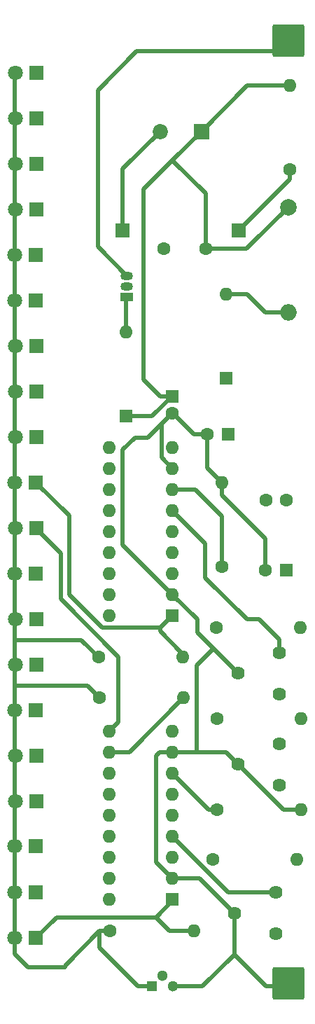
<source format=gbr>
%TF.GenerationSoftware,KiCad,Pcbnew,6.0.8-f2edbf62ab~116~ubuntu20.04.1*%
%TF.CreationDate,2022-11-01T19:33:50+01:00*%
%TF.ProjectId,temp,74656d70-2e6b-4696-9361-645f70636258,rev?*%
%TF.SameCoordinates,Original*%
%TF.FileFunction,Copper,L2,Bot*%
%TF.FilePolarity,Positive*%
%FSLAX46Y46*%
G04 Gerber Fmt 4.6, Leading zero omitted, Abs format (unit mm)*
G04 Created by KiCad (PCBNEW 6.0.8-f2edbf62ab~116~ubuntu20.04.1) date 2022-11-01 19:33:50*
%MOMM*%
%LPD*%
G01*
G04 APERTURE LIST*
G04 Aperture macros list*
%AMRoundRect*
0 Rectangle with rounded corners*
0 $1 Rounding radius*
0 $2 $3 $4 $5 $6 $7 $8 $9 X,Y pos of 4 corners*
0 Add a 4 corners polygon primitive as box body*
4,1,4,$2,$3,$4,$5,$6,$7,$8,$9,$2,$3,0*
0 Add four circle primitives for the rounded corners*
1,1,$1+$1,$2,$3*
1,1,$1+$1,$4,$5*
1,1,$1+$1,$6,$7*
1,1,$1+$1,$8,$9*
0 Add four rect primitives between the rounded corners*
20,1,$1+$1,$2,$3,$4,$5,0*
20,1,$1+$1,$4,$5,$6,$7,0*
20,1,$1+$1,$6,$7,$8,$9,0*
20,1,$1+$1,$8,$9,$2,$3,0*%
G04 Aperture macros list end*
%TA.AperFunction,ComponentPad*%
%ADD10RoundRect,0.250002X-1.699998X-1.699998X1.699998X-1.699998X1.699998X1.699998X-1.699998X1.699998X0*%
%TD*%
%TA.AperFunction,ComponentPad*%
%ADD11R,1.800000X1.800000*%
%TD*%
%TA.AperFunction,ComponentPad*%
%ADD12C,1.800000*%
%TD*%
%TA.AperFunction,ComponentPad*%
%ADD13C,1.600000*%
%TD*%
%TA.AperFunction,ComponentPad*%
%ADD14O,1.600000X1.600000*%
%TD*%
%TA.AperFunction,ComponentPad*%
%ADD15C,1.620000*%
%TD*%
%TA.AperFunction,ComponentPad*%
%ADD16R,1.600000X1.600000*%
%TD*%
%TA.AperFunction,ComponentPad*%
%ADD17R,1.850000X1.850000*%
%TD*%
%TA.AperFunction,ComponentPad*%
%ADD18C,1.850000*%
%TD*%
%TA.AperFunction,ComponentPad*%
%ADD19R,1.300000X1.300000*%
%TD*%
%TA.AperFunction,ComponentPad*%
%ADD20C,1.300000*%
%TD*%
%TA.AperFunction,ComponentPad*%
%ADD21R,1.500000X1.050000*%
%TD*%
%TA.AperFunction,ComponentPad*%
%ADD22O,1.500000X1.050000*%
%TD*%
%TA.AperFunction,ComponentPad*%
%ADD23C,2.000000*%
%TD*%
%TA.AperFunction,ComponentPad*%
%ADD24O,2.000000X2.000000*%
%TD*%
%TA.AperFunction,ComponentPad*%
%ADD25R,1.700000X1.700000*%
%TD*%
%TA.AperFunction,Conductor*%
%ADD26C,0.500000*%
%TD*%
G04 APERTURE END LIST*
D10*
%TO.P,Solar+,1,Pin_1*%
%TO.N,/supply/Solar+*%
X152000000Y-37000000D03*
%TD*%
D11*
%TO.P,D7,1,K*%
%TO.N,Net-(D7-Pad1)*%
X121537790Y-123461464D03*
D12*
%TO.P,D7,2,A*%
%TO.N,/temp_indicator/5V*%
X118997790Y-123461464D03*
%TD*%
D11*
%TO.P,D14,1,K*%
%TO.N,Net-(D14-Pad1)*%
X121537790Y-84961464D03*
D12*
%TO.P,D14,2,A*%
%TO.N,/temp_indicator/5V*%
X118997790Y-84961464D03*
%TD*%
D13*
%TO.P,R9,1*%
%TO.N,/temp_indicator/5V*%
X143340000Y-108000000D03*
D14*
%TO.P,R9,2*%
%TO.N,Net-(R10-Pad1)*%
X153500000Y-108000000D03*
%TD*%
D15*
%TO.P,R6,1*%
%TO.N,Net-(R5-Pad2)*%
X150500000Y-140000000D03*
%TO.P,R6,2*%
%TO.N,GND*%
X145500000Y-142500000D03*
%TO.P,R6,3*%
%TO.N,N/C*%
X150500000Y-145000000D03*
%TD*%
D11*
%TO.P,D3,1,K*%
%TO.N,Net-(D3-Pad1)*%
X121500000Y-145500000D03*
D12*
%TO.P,D3,2,A*%
%TO.N,/temp_indicator/5V*%
X118960000Y-145500000D03*
%TD*%
D11*
%TO.P,D9,1,K*%
%TO.N,Net-(D9-Pad1)*%
X121537790Y-112461464D03*
D12*
%TO.P,D9,2,A*%
%TO.N,/temp_indicator/5V*%
X118997790Y-112461464D03*
%TD*%
D16*
%TO.P,U5,1,LED1*%
%TO.N,Net-(D13-Pad1)*%
X138000000Y-106500000D03*
D14*
%TO.P,U5,2,V-*%
%TO.N,GND*%
X138000000Y-103960000D03*
%TO.P,U5,3,V+*%
%TO.N,/temp_indicator/5V*%
X138000000Y-101420000D03*
%TO.P,U5,4,RLO*%
%TO.N,Net-(R7-Pad2)*%
X138000000Y-98880000D03*
%TO.P,U5,5,SIG*%
%TO.N,Net-(U3-Pad2)*%
X138000000Y-96340000D03*
%TO.P,U5,6,RHI*%
%TO.N,Net-(R10-Pad1)*%
X138000000Y-93800000D03*
%TO.P,U5,7,REFOUT*%
%TO.N,Net-(R12-Pad1)*%
X138000000Y-91260000D03*
%TO.P,U5,8,REFADJ*%
%TO.N,GND*%
X138000000Y-88720000D03*
%TO.P,U5,9,MODE*%
%TO.N,unconnected-(U5-Pad9)*%
X138000000Y-86180000D03*
%TO.P,U5,10,LED10*%
%TO.N,Net-(D22-Pad1)*%
X130380000Y-86180000D03*
%TO.P,U5,11,LED9*%
%TO.N,Net-(D21-Pad1)*%
X130380000Y-88720000D03*
%TO.P,U5,12,LED8*%
%TO.N,Net-(D20-Pad1)*%
X130380000Y-91260000D03*
%TO.P,U5,13,LED7*%
%TO.N,Net-(D19-Pad1)*%
X130380000Y-93800000D03*
%TO.P,U5,14,LED6*%
%TO.N,Net-(D18-Pad1)*%
X130380000Y-96340000D03*
%TO.P,U5,15,LED5*%
%TO.N,Net-(D17-Pad1)*%
X130380000Y-98880000D03*
%TO.P,U5,16,LED4*%
%TO.N,Net-(D16-Pad1)*%
X130380000Y-101420000D03*
%TO.P,U5,17,LED3*%
%TO.N,Net-(D15-Pad1)*%
X130380000Y-103960000D03*
%TO.P,U5,18,LED2*%
%TO.N,Net-(D14-Pad1)*%
X130380000Y-106500000D03*
%TD*%
D13*
%TO.P,C3,1*%
%TO.N,Net-(C1-Pad1)*%
X142002515Y-62184058D03*
%TO.P,C3,2*%
%TO.N,GND*%
X137002515Y-62184058D03*
%TD*%
D11*
%TO.P,D12,1,K*%
%TO.N,Net-(D12-Pad1)*%
X121537790Y-95961464D03*
D12*
%TO.P,D12,2,A*%
%TO.N,/temp_indicator/5V*%
X118997790Y-95961464D03*
%TD*%
D11*
%TO.P,D8,1,K*%
%TO.N,Net-(D8-Pad1)*%
X121500000Y-117961464D03*
D12*
%TO.P,D8,2,A*%
%TO.N,/temp_indicator/5V*%
X118960000Y-117961464D03*
%TD*%
D11*
%TO.P,D21,1,K*%
%TO.N,Net-(D21-Pad1)*%
X121537790Y-46461464D03*
D12*
%TO.P,D21,2,A*%
%TO.N,/temp_indicator/5V*%
X118997790Y-46461464D03*
%TD*%
D13*
%TO.P,R4,1*%
%TO.N,/temp_indicator/5V*%
X129194233Y-116483702D03*
D14*
%TO.P,R4,2*%
%TO.N,Net-(D11-Pad1)*%
X139354233Y-116483702D03*
%TD*%
D11*
%TO.P,D15,1,K*%
%TO.N,Net-(D15-Pad1)*%
X121537790Y-79461464D03*
D12*
%TO.P,D15,2,A*%
%TO.N,/temp_indicator/5V*%
X118997790Y-79461464D03*
%TD*%
D16*
%TO.P,C1,1*%
%TO.N,Net-(C1-Pad1)*%
X138000000Y-80044888D03*
D13*
%TO.P,C1,2*%
%TO.N,GND*%
X138000000Y-82044888D03*
%TD*%
D17*
%TO.P,C2,1*%
%TO.N,Net-(C1-Pad1)*%
X141500000Y-48000000D03*
D18*
%TO.P,C2,2*%
%TO.N,GND*%
X136500000Y-48000000D03*
%TD*%
D19*
%TO.P,U3,1,+VS*%
%TO.N,/temp_indicator/5V*%
X135500000Y-151360000D03*
D20*
%TO.P,U3,2,Vout*%
%TO.N,Net-(U3-Pad2)*%
X136770000Y-150090000D03*
%TO.P,U3,3,GND*%
%TO.N,GND*%
X138040000Y-151360000D03*
%TD*%
D21*
%TO.P,U1,1,VO*%
%TO.N,Net-(D1-Pad2)*%
X132500000Y-68000000D03*
D22*
%TO.P,U1,2,GND*%
%TO.N,GND*%
X132500000Y-66730000D03*
%TO.P,U1,3,VI*%
%TO.N,/supply/Solar+*%
X132500000Y-65460000D03*
%TD*%
D15*
%TO.P,R10,1*%
%TO.N,Net-(R10-Pad1)*%
X150920000Y-111000000D03*
%TO.P,R10,2*%
%TO.N,GND*%
X145920000Y-113500000D03*
%TO.P,R10,3*%
%TO.N,N/C*%
X150920000Y-116000000D03*
%TD*%
D11*
%TO.P,D10,1,K*%
%TO.N,Net-(D10-Pad1)*%
X121537790Y-106961464D03*
D12*
%TO.P,D10,2,A*%
%TO.N,/temp_indicator/5V*%
X118997790Y-106961464D03*
%TD*%
D16*
%TO.P,D1,1,K*%
%TO.N,Net-(C1-Pad1)*%
X132386961Y-82438882D03*
D14*
%TO.P,D1,2,A*%
%TO.N,Net-(D1-Pad2)*%
X132386961Y-72278882D03*
%TD*%
D13*
%TO.P,R2,1*%
%TO.N,/temp_indicator/5V*%
X130420000Y-144664602D03*
D14*
%TO.P,R2,2*%
%TO.N,Net-(D3-Pad1)*%
X140580000Y-144664602D03*
%TD*%
D13*
%TO.P,R5,1*%
%TO.N,/temp_indicator/5V*%
X142920000Y-136000000D03*
D14*
%TO.P,R5,2*%
%TO.N,Net-(R5-Pad2)*%
X153080000Y-136000000D03*
%TD*%
%TO.P,R7,2*%
%TO.N,Net-(R7-Pad2)*%
X153580000Y-119000000D03*
D13*
%TO.P,R7,1*%
%TO.N,/temp_indicator/5V*%
X143420000Y-119000000D03*
%TD*%
%TO.P,R11,1*%
%TO.N,/temp_indicator/5V*%
X129093690Y-111555833D03*
D14*
%TO.P,R11,2*%
%TO.N,Net-(D13-Pad1)*%
X139253690Y-111555833D03*
%TD*%
D11*
%TO.P,D11,1,K*%
%TO.N,Net-(D11-Pad1)*%
X121500000Y-101461464D03*
D12*
%TO.P,D11,2,A*%
%TO.N,/temp_indicator/5V*%
X118960000Y-101461464D03*
%TD*%
D11*
%TO.P,D17,1,K*%
%TO.N,Net-(D17-Pad1)*%
X121500000Y-68461464D03*
D12*
%TO.P,D17,2,A*%
%TO.N,/temp_indicator/5V*%
X118960000Y-68461464D03*
%TD*%
D11*
%TO.P,D4,1,K*%
%TO.N,Net-(D4-Pad1)*%
X121500000Y-139952210D03*
D12*
%TO.P,D4,2,A*%
%TO.N,/temp_indicator/5V*%
X118960000Y-139952210D03*
%TD*%
D11*
%TO.P,D5,1,K*%
%TO.N,Net-(D5-Pad1)*%
X121500000Y-134412210D03*
D12*
%TO.P,D5,2,A*%
%TO.N,/temp_indicator/5V*%
X118960000Y-134412210D03*
%TD*%
D11*
%TO.P,D22,1,K*%
%TO.N,Net-(D22-Pad1)*%
X121537790Y-40961464D03*
D12*
%TO.P,D22,2,A*%
%TO.N,/temp_indicator/5V*%
X118997790Y-40961464D03*
%TD*%
D16*
%TO.P,D2,1,K*%
%TO.N,/supply/5V*%
X144500000Y-77850000D03*
D14*
%TO.P,D2,2,A*%
%TO.N,Net-(D2-Pad2)*%
X144500000Y-67690000D03*
%TD*%
D13*
%TO.P,R1,1*%
%TO.N,Net-(J3-Pad1)*%
X152214143Y-52580000D03*
D14*
%TO.P,R1,2*%
%TO.N,Net-(C1-Pad1)*%
X152214143Y-42420000D03*
%TD*%
D13*
%TO.P,R12,1*%
%TO.N,Net-(R12-Pad1)*%
X144000000Y-100580000D03*
D14*
%TO.P,R12,2*%
%TO.N,GND*%
X144000000Y-90420000D03*
%TD*%
D13*
%TO.P,SW1,1,A*%
%TO.N,/supply/5V*%
X151817428Y-92566007D03*
%TO.P,SW1,2,B*%
%TO.N,/temp_indicator/5V*%
X149317428Y-92566007D03*
%TD*%
D23*
%TO.P,L1,1,1*%
%TO.N,Net-(C1-Pad1)*%
X152000000Y-57150000D03*
D24*
%TO.P,L1,2,2*%
%TO.N,Net-(D2-Pad2)*%
X152000000Y-69850000D03*
%TD*%
D25*
%TO.P,GND,1,Pin_1*%
%TO.N,GND*%
X132000000Y-60000000D03*
%TD*%
D16*
%TO.P,C5,1*%
%TO.N,/temp_indicator/5V*%
X151749808Y-101066007D03*
D13*
%TO.P,C5,2*%
%TO.N,GND*%
X149249808Y-101066007D03*
%TD*%
D10*
%TO.P,Solar-,1,Pin_1*%
%TO.N,GND*%
X152000000Y-151000000D03*
%TD*%
D25*
%TO.P,5V,1,Pin_1*%
%TO.N,Net-(J3-Pad1)*%
X146000000Y-60000000D03*
%TD*%
D11*
%TO.P,D6,1,K*%
%TO.N,Net-(D6-Pad1)*%
X121537790Y-128961464D03*
D12*
%TO.P,D6,2,A*%
%TO.N,/temp_indicator/5V*%
X118997790Y-128961464D03*
%TD*%
D15*
%TO.P,R8,1*%
%TO.N,Net-(R7-Pad2)*%
X150920000Y-122000000D03*
%TO.P,R8,2*%
%TO.N,GND*%
X145920000Y-124500000D03*
%TO.P,R8,3*%
%TO.N,N/C*%
X150920000Y-127000000D03*
%TD*%
D11*
%TO.P,D13,1,K*%
%TO.N,Net-(D13-Pad1)*%
X121500000Y-90461464D03*
D12*
%TO.P,D13,2,A*%
%TO.N,/temp_indicator/5V*%
X118960000Y-90461464D03*
%TD*%
D11*
%TO.P,D18,1,K*%
%TO.N,Net-(D18-Pad1)*%
X121500000Y-62961464D03*
D12*
%TO.P,D18,2,A*%
%TO.N,/temp_indicator/5V*%
X118960000Y-62961464D03*
%TD*%
D11*
%TO.P,D19,1,K*%
%TO.N,Net-(D19-Pad1)*%
X121537790Y-57461464D03*
D12*
%TO.P,D19,2,A*%
%TO.N,/temp_indicator/5V*%
X118997790Y-57461464D03*
%TD*%
D11*
%TO.P,D20,1,K*%
%TO.N,Net-(D20-Pad1)*%
X121537790Y-51961464D03*
D12*
%TO.P,D20,2,A*%
%TO.N,/temp_indicator/5V*%
X118997790Y-51961464D03*
%TD*%
D13*
%TO.P,R3,1*%
%TO.N,Net-(R3-Pad1)*%
X143420000Y-130000000D03*
D14*
%TO.P,R3,2*%
%TO.N,GND*%
X153580000Y-130000000D03*
%TD*%
D16*
%TO.P,U4,1,LED1*%
%TO.N,Net-(D3-Pad1)*%
X137982822Y-140825461D03*
D14*
%TO.P,U4,2,V-*%
%TO.N,GND*%
X137982822Y-138285461D03*
%TO.P,U4,3,V+*%
%TO.N,/temp_indicator/5V*%
X137982822Y-135745461D03*
%TO.P,U4,4,RLO*%
%TO.N,Net-(R5-Pad2)*%
X137982822Y-133205461D03*
%TO.P,U4,5,SIG*%
%TO.N,Net-(U3-Pad2)*%
X137982822Y-130665461D03*
%TO.P,U4,6,RHI*%
%TO.N,Net-(R7-Pad2)*%
X137982822Y-128125461D03*
%TO.P,U4,7,REFOUT*%
%TO.N,Net-(R3-Pad1)*%
X137982822Y-125585461D03*
%TO.P,U4,8,REFADJ*%
%TO.N,GND*%
X137982822Y-123045461D03*
%TO.P,U4,9,MODE*%
%TO.N,Net-(D13-Pad1)*%
X137982822Y-120505461D03*
%TO.P,U4,10,LED10*%
%TO.N,Net-(D12-Pad1)*%
X130362822Y-120505461D03*
%TO.P,U4,11,LED9*%
%TO.N,Net-(D11-Pad1)*%
X130362822Y-123045461D03*
%TO.P,U4,12,LED8*%
%TO.N,Net-(D10-Pad1)*%
X130362822Y-125585461D03*
%TO.P,U4,13,LED7*%
%TO.N,Net-(D9-Pad1)*%
X130362822Y-128125461D03*
%TO.P,U4,14,LED6*%
%TO.N,Net-(D8-Pad1)*%
X130362822Y-130665461D03*
%TO.P,U4,15,LED5*%
%TO.N,Net-(D7-Pad1)*%
X130362822Y-133205461D03*
%TO.P,U4,16,LED4*%
%TO.N,Net-(D6-Pad1)*%
X130362822Y-135745461D03*
%TO.P,U4,17,LED3*%
%TO.N,Net-(D5-Pad1)*%
X130362822Y-138285461D03*
%TO.P,U4,18,LED2*%
%TO.N,Net-(D4-Pad1)*%
X130362822Y-140825461D03*
%TD*%
D11*
%TO.P,D16,1,K*%
%TO.N,Net-(D16-Pad1)*%
X121537790Y-73961464D03*
D12*
%TO.P,D16,2,A*%
%TO.N,/temp_indicator/5V*%
X118997790Y-73961464D03*
%TD*%
D16*
%TO.P,C4,1*%
%TO.N,/supply/5V*%
X144720494Y-84614342D03*
D13*
%TO.P,C4,2*%
%TO.N,GND*%
X142220494Y-84614342D03*
%TD*%
D26*
%TO.N,/supply/Solar+*%
X129000000Y-61960000D02*
X132500000Y-65460000D01*
X133683800Y-38316200D02*
X129000000Y-43000000D01*
X129000000Y-43000000D02*
X129000000Y-61960000D01*
X152000000Y-37000000D02*
X150683800Y-38316200D01*
X150683800Y-38316200D02*
X133683800Y-38316200D01*
%TO.N,GND*%
X142960000Y-110540000D02*
X141000000Y-108580000D01*
X142220494Y-88640494D02*
X144000000Y-90420000D01*
X141640000Y-151360000D02*
X138040000Y-151360000D01*
X135044888Y-85000000D02*
X133500000Y-85000000D01*
X136000000Y-136302639D02*
X137982822Y-138285461D01*
X145920000Y-113500000D02*
X142960000Y-110540000D01*
X141000000Y-108580000D02*
X141000000Y-106960000D01*
X132000000Y-52500000D02*
X136500000Y-48000000D01*
X145500000Y-147500000D02*
X149360000Y-151360000D01*
X142220494Y-84614342D02*
X142220494Y-88640494D01*
X132000000Y-60000000D02*
X132000000Y-52500000D01*
X137982822Y-138285461D02*
X141285461Y-138285461D01*
X132000000Y-97960000D02*
X138000000Y-103960000D01*
X140954539Y-123045461D02*
X144465461Y-123045461D01*
X145500000Y-147500000D02*
X145500000Y-142500000D01*
X140954539Y-123045461D02*
X140954539Y-112545461D01*
X136454539Y-123045461D02*
X136000000Y-123500000D01*
X132000000Y-86500000D02*
X132000000Y-97960000D01*
X138000000Y-82044888D02*
X136700000Y-83344888D01*
X145920000Y-124500000D02*
X151420000Y-130000000D01*
X149249808Y-97249808D02*
X149249808Y-101066007D01*
X144000000Y-92000000D02*
X149249808Y-97249808D01*
X133500000Y-85000000D02*
X132000000Y-86500000D01*
X144465461Y-123045461D02*
X145920000Y-124500000D01*
X141000000Y-106960000D02*
X138000000Y-103960000D01*
X136700000Y-83300000D02*
X136700000Y-87420000D01*
X140614342Y-84614342D02*
X138000000Y-82000000D01*
X136700000Y-87420000D02*
X138000000Y-88720000D01*
X138000000Y-82000000D02*
X136700000Y-83300000D01*
X136000000Y-123500000D02*
X136000000Y-136302639D01*
X151420000Y-130000000D02*
X153080000Y-130000000D01*
X149360000Y-151360000D02*
X152000000Y-151360000D01*
X137982822Y-123045461D02*
X140954539Y-123045461D01*
X136700000Y-83344888D02*
X136700000Y-87420000D01*
X145500000Y-147500000D02*
X141640000Y-151360000D01*
X144000000Y-90420000D02*
X144000000Y-92000000D01*
X141285461Y-138285461D02*
X145500000Y-142500000D01*
X138000000Y-82044888D02*
X135044888Y-85000000D01*
X140954539Y-112545461D02*
X142960000Y-110540000D01*
X142220494Y-84614342D02*
X140614342Y-84614342D01*
X137982822Y-123045461D02*
X136454539Y-123045461D01*
%TO.N,Net-(D3-Pad1)*%
X137664602Y-144664602D02*
X140580000Y-144664602D01*
X137982822Y-141017178D02*
X137982822Y-140825461D01*
X136000000Y-143000000D02*
X137664602Y-144664602D01*
X121500000Y-145500000D02*
X124000000Y-143000000D01*
X136000000Y-143000000D02*
X137982822Y-141017178D01*
X124000000Y-143000000D02*
X136000000Y-143000000D01*
%TO.N,Net-(D11-Pad1)*%
X132792474Y-123045461D02*
X139354233Y-116483702D01*
X130362822Y-123045461D02*
X132792474Y-123045461D01*
%TO.N,/temp_indicator/5V*%
X129194233Y-116483702D02*
X127710531Y-115000000D01*
X120500000Y-149000000D02*
X125000000Y-149000000D01*
X127710531Y-115000000D02*
X119000000Y-115000000D01*
X118960000Y-40999254D02*
X118997790Y-40961464D01*
X118960000Y-109460000D02*
X118960000Y-40999254D01*
X118960000Y-147460000D02*
X120500000Y-149000000D01*
X129205357Y-146705357D02*
X133860000Y-151360000D01*
X129205357Y-144664602D02*
X129205357Y-146705357D01*
X118960000Y-142540000D02*
X118960000Y-115040000D01*
X126997857Y-109460000D02*
X118960000Y-109460000D01*
X133860000Y-151360000D02*
X135500000Y-151360000D01*
X118960000Y-145500000D02*
X118960000Y-147460000D01*
X118960000Y-115040000D02*
X118960000Y-109460000D01*
X118960000Y-145500000D02*
X118960000Y-142540000D01*
X125000000Y-149000000D02*
X125000000Y-148869959D01*
X125000000Y-148869959D02*
X129205357Y-144664602D01*
X129205357Y-144664602D02*
X130420000Y-144664602D01*
X119000000Y-115000000D02*
X118960000Y-115040000D01*
X129093690Y-111555833D02*
X126997857Y-109460000D01*
%TO.N,Net-(J3-Pad1)*%
X152214143Y-53785857D02*
X152214143Y-52580000D01*
X146000000Y-60000000D02*
X152214143Y-53785857D01*
%TO.N,Net-(D2-Pad2)*%
X152000000Y-69850000D02*
X149200000Y-69850000D01*
X149200000Y-69850000D02*
X147040000Y-67690000D01*
X147040000Y-67690000D02*
X144500000Y-67690000D01*
%TO.N,Net-(D12-Pad1)*%
X121537790Y-96037790D02*
X124500000Y-99000000D01*
X131500000Y-119368283D02*
X130362822Y-120505461D01*
X124500000Y-104500000D02*
X131500000Y-111500000D01*
X121537790Y-95961464D02*
X121537790Y-96037790D01*
X131500000Y-111500000D02*
X131500000Y-119368283D01*
X124500000Y-99000000D02*
X124500000Y-104500000D01*
%TO.N,Net-(D1-Pad2)*%
X132360000Y-72251921D02*
X132386961Y-72278882D01*
X132360000Y-68140000D02*
X132360000Y-72251921D01*
X132500000Y-68000000D02*
X132360000Y-68140000D01*
%TO.N,Net-(C1-Pad1)*%
X134500000Y-78000000D02*
X134500000Y-55000000D01*
X142002515Y-62184058D02*
X142002515Y-55502515D01*
X152214143Y-42420000D02*
X147080000Y-42420000D01*
X142002515Y-55502515D02*
X138000000Y-51500000D01*
X147080000Y-42420000D02*
X141500000Y-48000000D01*
X142002515Y-62184058D02*
X146965942Y-62184058D01*
X146965942Y-62184058D02*
X147500000Y-61650000D01*
X138000000Y-80000000D02*
X136500000Y-80000000D01*
X138000000Y-51500000D02*
X141500000Y-48000000D01*
X132386961Y-82438882D02*
X135561118Y-82438882D01*
X147500000Y-61650000D02*
X152000000Y-57150000D01*
X134500000Y-55000000D02*
X138000000Y-51500000D01*
X135561118Y-82438882D02*
X138000000Y-80000000D01*
X136500000Y-80000000D02*
X134500000Y-78000000D01*
%TO.N,Net-(D13-Pad1)*%
X136500000Y-108000000D02*
X136500000Y-108403702D01*
X125500000Y-104000000D02*
X125500000Y-94461464D01*
X138000000Y-106500000D02*
X136500000Y-108000000D01*
X129500000Y-108000000D02*
X125500000Y-104000000D01*
X125500000Y-94461464D02*
X121500000Y-90461464D01*
X136500000Y-108000000D02*
X129500000Y-108000000D01*
X136500000Y-108403702D02*
X139080000Y-110983702D01*
%TO.N,Net-(R3-Pad1)*%
X142397361Y-130000000D02*
X142920000Y-130000000D01*
X137982822Y-125585461D02*
X142397361Y-130000000D01*
%TO.N,Net-(R5-Pad2)*%
X150500000Y-140000000D02*
X144777361Y-140000000D01*
X144777361Y-140000000D02*
X137982822Y-133205461D01*
%TO.N,Net-(R10-Pad1)*%
X138000000Y-93800000D02*
X142000000Y-97800000D01*
X148500000Y-107000000D02*
X150920000Y-109420000D01*
X147000000Y-107000000D02*
X148500000Y-107000000D01*
X142000000Y-102000000D02*
X147000000Y-107000000D01*
X150920000Y-109420000D02*
X150920000Y-111000000D01*
X142000000Y-97800000D02*
X142000000Y-102000000D01*
%TO.N,Net-(R12-Pad1)*%
X144000000Y-94500000D02*
X144000000Y-100580000D01*
X140760000Y-91260000D02*
X144000000Y-94500000D01*
X138000000Y-91260000D02*
X140760000Y-91260000D01*
%TD*%
M02*

</source>
